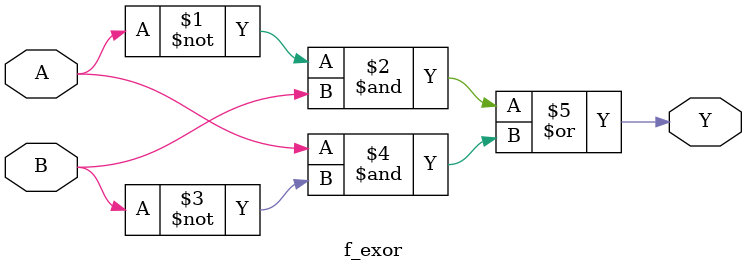
<source format=v>
module f_exor(Y, A, B);

output Y;
input A, B;

assign Y = ( ( ( ~A ) & B ) | ( A & ( ~B ) ) );

endmodule
</source>
